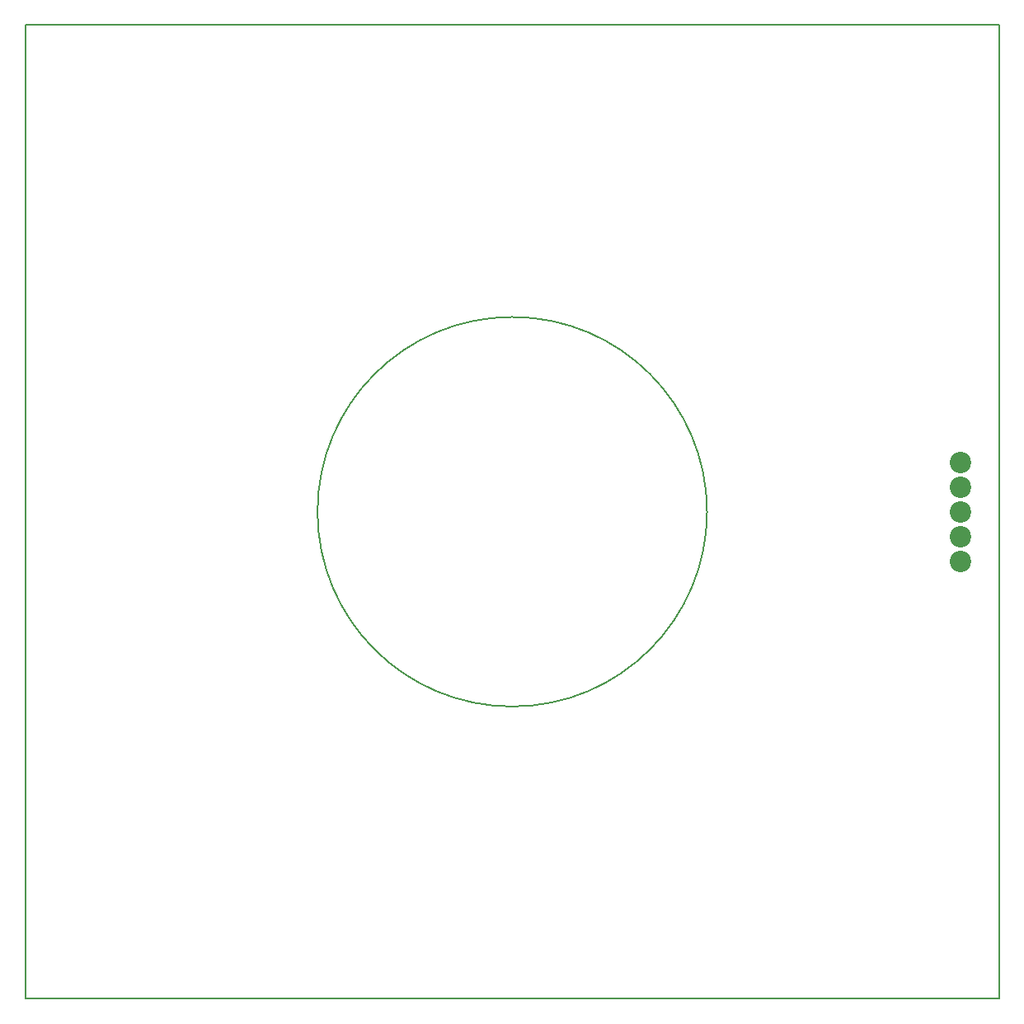
<source format=gbr>
G04 #@! TF.GenerationSoftware,KiCad,Pcbnew,6.0.0-rc1-unknown-1a22918~65~ubuntu16.04.1*
G04 #@! TF.CreationDate,2019-08-07T16:55:44+03:00*
G04 #@! TF.ProjectId,ModelBasePCB,4D6F64656C426173655043422E6B6963,rev?*
G04 #@! TF.SameCoordinates,Original*
G04 #@! TF.FileFunction,Soldermask,Bot*
G04 #@! TF.FilePolarity,Negative*
%FSLAX46Y46*%
G04 Gerber Fmt 4.6, Leading zero omitted, Abs format (unit mm)*
G04 Created by KiCad (PCBNEW 6.0.0-rc1-unknown-1a22918~65~ubuntu16.04.1) date Wed Aug  7 16:55:44 2019*
%MOMM*%
%LPD*%
G01*
G04 APERTURE LIST*
%ADD10C,0.200000*%
%ADD11C,2.200000*%
G04 APERTURE END LIST*
D10*
X120000000Y-80000000D02*
G75*
G03X120000000Y-80000000I-20000000J0D01*
G01*
X50000000Y-130000000D02*
X50000000Y-30000000D01*
X150000000Y-130000000D02*
X50000000Y-130000000D01*
X150000000Y-30000000D02*
X150000000Y-130000000D01*
X50000000Y-30000000D02*
X150000000Y-30000000D01*
D11*
G04 #@! TO.C,J2*
X146000000Y-85080000D03*
X146000000Y-82540000D03*
X146000000Y-80000000D03*
X146000000Y-77460000D03*
X146000000Y-74920000D03*
G04 #@! TD*
M02*

</source>
